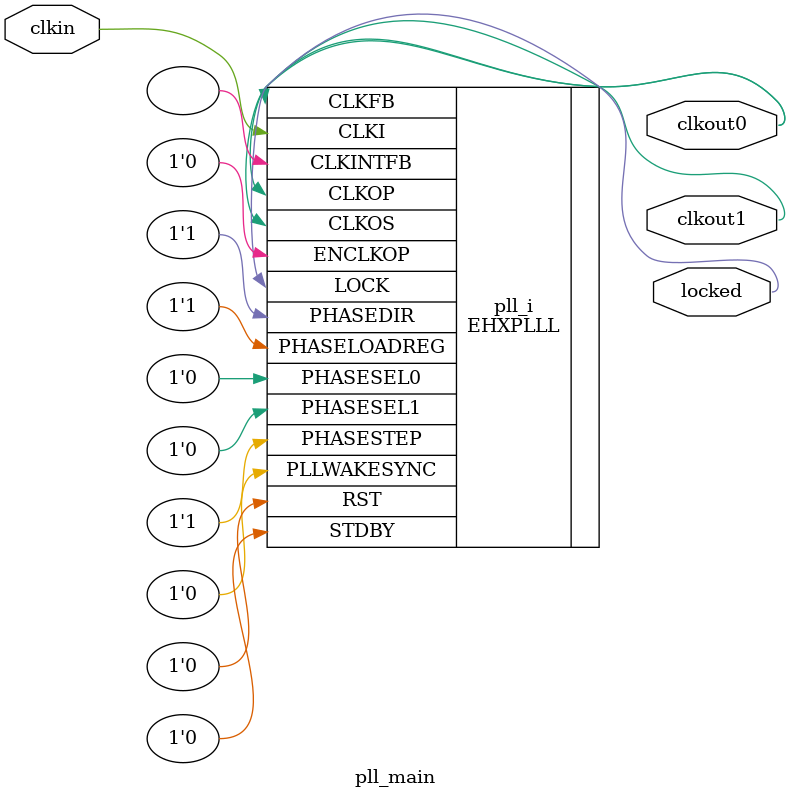
<source format=v>
module pll_main
(
    input clkin, // 50 MHz, 0 deg
    output clkout0, // 100 MHz, 0 deg
    output clkout1, // 50 MHz, 0 deg
    output locked
);
(* FREQUENCY_PIN_CLKI="50" *)
(* FREQUENCY_PIN_CLKOP="100" *)
(* FREQUENCY_PIN_CLKOS="50" *)
(* ICP_CURRENT="12" *) (* LPF_RESISTOR="8" *) (* MFG_ENABLE_FILTEROPAMP="1" *) (* MFG_GMCREF_SEL="2" *)
EHXPLLL #(
        .PLLRST_ENA("DISABLED"),
        .INTFB_WAKE("DISABLED"),
        .STDBY_ENABLE("DISABLED"),
        .DPHASE_SOURCE("DISABLED"),
        .OUTDIVIDER_MUXA("DIVA"),
        .OUTDIVIDER_MUXB("DIVB"),
        .OUTDIVIDER_MUXC("DIVC"),
        .OUTDIVIDER_MUXD("DIVD"),
        .CLKI_DIV(1),
        .CLKOP_ENABLE("ENABLED"),
        .CLKOP_DIV(6),
        .CLKOP_CPHASE(2),
        .CLKOP_FPHASE(0),
        .CLKOS_ENABLE("ENABLED"),
        .CLKOS_DIV(12),
        .CLKOS_CPHASE(2),
        .CLKOS_FPHASE(0),
        .FEEDBK_PATH("CLKOP"),
        .CLKFB_DIV(2)
    ) pll_i (
        .RST(1'b0),
        .STDBY(1'b0),
        .CLKI(clkin),
        .CLKOP(clkout0),
        .CLKOS(clkout1),
        .CLKFB(clkout0),
        .CLKINTFB(),
        .PHASESEL0(1'b0),
        .PHASESEL1(1'b0),
        .PHASEDIR(1'b1),
        .PHASESTEP(1'b1),
        .PHASELOADREG(1'b1),
        .PLLWAKESYNC(1'b0),
        .ENCLKOP(1'b0),
        .LOCK(locked)
	);
endmodule

</source>
